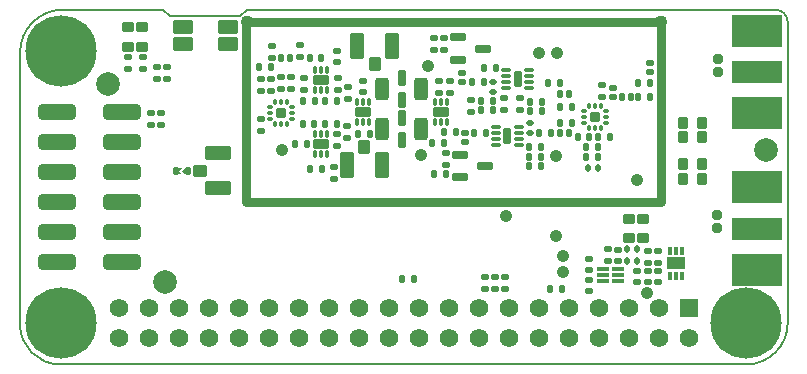
<source format=gts>
G04*
G04 #@! TF.GenerationSoftware,Altium Limited,CircuitStudio,1.5.2 (30)*
G04*
G04 Layer_Color=3394611*
%FSLAX25Y25*%
%MOIN*%
G70*
G01*
G75*
%ADD54C,0.00500*%
%ADD100C,0.03000*%
%ADD101C,0.04137*%
G04:AMPARAMS|DCode=102|XSize=26.38mil|YSize=22.44mil|CornerRadius=6.3mil|HoleSize=0mil|Usage=FLASHONLY|Rotation=0.000|XOffset=0mil|YOffset=0mil|HoleType=Round|Shape=RoundedRectangle|*
%AMROUNDEDRECTD102*
21,1,0.02638,0.00984,0,0,0.0*
21,1,0.01378,0.02244,0,0,0.0*
1,1,0.01260,0.00689,-0.00492*
1,1,0.01260,-0.00689,-0.00492*
1,1,0.01260,-0.00689,0.00492*
1,1,0.01260,0.00689,0.00492*
%
%ADD102ROUNDEDRECTD102*%
G04:AMPARAMS|DCode=103|XSize=26.38mil|YSize=20.47mil|CornerRadius=5.81mil|HoleSize=0mil|Usage=FLASHONLY|Rotation=180.000|XOffset=0mil|YOffset=0mil|HoleType=Round|Shape=RoundedRectangle|*
%AMROUNDEDRECTD103*
21,1,0.02638,0.00886,0,0,180.0*
21,1,0.01476,0.02047,0,0,180.0*
1,1,0.01161,-0.00738,0.00443*
1,1,0.01161,0.00738,0.00443*
1,1,0.01161,0.00738,-0.00443*
1,1,0.01161,-0.00738,-0.00443*
%
%ADD103ROUNDEDRECTD103*%
G04:AMPARAMS|DCode=104|XSize=26.38mil|YSize=22.44mil|CornerRadius=6.3mil|HoleSize=0mil|Usage=FLASHONLY|Rotation=90.000|XOffset=0mil|YOffset=0mil|HoleType=Round|Shape=RoundedRectangle|*
%AMROUNDEDRECTD104*
21,1,0.02638,0.00984,0,0,90.0*
21,1,0.01378,0.02244,0,0,90.0*
1,1,0.01260,0.00492,0.00689*
1,1,0.01260,0.00492,-0.00689*
1,1,0.01260,-0.00492,-0.00689*
1,1,0.01260,-0.00492,0.00689*
%
%ADD104ROUNDEDRECTD104*%
G04:AMPARAMS|DCode=105|XSize=24.41mil|YSize=20.47mil|CornerRadius=5.81mil|HoleSize=0mil|Usage=FLASHONLY|Rotation=270.000|XOffset=0mil|YOffset=0mil|HoleType=Round|Shape=RoundedRectangle|*
%AMROUNDEDRECTD105*
21,1,0.02441,0.00886,0,0,270.0*
21,1,0.01280,0.02047,0,0,270.0*
1,1,0.01161,-0.00443,-0.00640*
1,1,0.01161,-0.00443,0.00640*
1,1,0.01161,0.00443,0.00640*
1,1,0.01161,0.00443,-0.00640*
%
%ADD105ROUNDEDRECTD105*%
G04:AMPARAMS|DCode=106|XSize=40.01mil|YSize=13.63mil|CornerRadius=2.83mil|HoleSize=0mil|Usage=FLASHONLY|Rotation=180.000|XOffset=0mil|YOffset=0mil|HoleType=Round|Shape=RoundedRectangle|*
%AMROUNDEDRECTD106*
21,1,0.04001,0.00797,0,0,180.0*
21,1,0.03435,0.01363,0,0,180.0*
1,1,0.00566,-0.01718,0.00399*
1,1,0.00566,0.01718,0.00399*
1,1,0.00566,0.01718,-0.00399*
1,1,0.00566,-0.01718,-0.00399*
%
%ADD106ROUNDEDRECTD106*%
G04:AMPARAMS|DCode=107|XSize=63.02mil|YSize=42.16mil|CornerRadius=5.02mil|HoleSize=0mil|Usage=FLASHONLY|Rotation=0.000|XOffset=0mil|YOffset=0mil|HoleType=Round|Shape=RoundedRectangle|*
%AMROUNDEDRECTD107*
21,1,0.06302,0.03213,0,0,0.0*
21,1,0.05299,0.04216,0,0,0.0*
1,1,0.01003,0.02649,-0.01606*
1,1,0.01003,-0.02649,-0.01606*
1,1,0.01003,-0.02649,0.01606*
1,1,0.01003,0.02649,0.01606*
%
%ADD107ROUNDEDRECTD107*%
G04:AMPARAMS|DCode=108|XSize=27.59mil|YSize=13.81mil|CornerRadius=3.95mil|HoleSize=0mil|Usage=FLASHONLY|Rotation=270.000|XOffset=0mil|YOffset=0mil|HoleType=Round|Shape=RoundedRectangle|*
%AMROUNDEDRECTD108*
21,1,0.02759,0.00591,0,0,270.0*
21,1,0.01969,0.01381,0,0,270.0*
1,1,0.00791,-0.00295,-0.00984*
1,1,0.00791,-0.00295,0.00984*
1,1,0.00791,0.00295,0.00984*
1,1,0.00791,0.00295,-0.00984*
%
%ADD108ROUNDEDRECTD108*%
G04:AMPARAMS|DCode=109|XSize=34.25mil|YSize=34.25mil|CornerRadius=4.53mil|HoleSize=0mil|Usage=FLASHONLY|Rotation=90.000|XOffset=0mil|YOffset=0mil|HoleType=Round|Shape=RoundedRectangle|*
%AMROUNDEDRECTD109*
21,1,0.03425,0.02520,0,0,90.0*
21,1,0.02520,0.03425,0,0,90.0*
1,1,0.00906,0.01260,0.01260*
1,1,0.00906,0.01260,-0.01260*
1,1,0.00906,-0.01260,-0.01260*
1,1,0.00906,-0.01260,0.01260*
%
%ADD109ROUNDEDRECTD109*%
G04:AMPARAMS|DCode=110|XSize=20.87mil|YSize=10.63mil|CornerRadius=4.53mil|HoleSize=0mil|Usage=FLASHONLY|Rotation=90.000|XOffset=0mil|YOffset=0mil|HoleType=Round|Shape=RoundedRectangle|*
%AMROUNDEDRECTD110*
21,1,0.02087,0.00158,0,0,90.0*
21,1,0.01181,0.01063,0,0,90.0*
1,1,0.00906,0.00079,0.00591*
1,1,0.00906,0.00079,-0.00591*
1,1,0.00906,-0.00079,-0.00591*
1,1,0.00906,-0.00079,0.00591*
%
%ADD110ROUNDEDRECTD110*%
G04:AMPARAMS|DCode=111|XSize=20.87mil|YSize=10.63mil|CornerRadius=4.53mil|HoleSize=0mil|Usage=FLASHONLY|Rotation=0.000|XOffset=0mil|YOffset=0mil|HoleType=Round|Shape=RoundedRectangle|*
%AMROUNDEDRECTD111*
21,1,0.02087,0.00158,0,0,0.0*
21,1,0.01181,0.01063,0,0,0.0*
1,1,0.00906,0.00591,-0.00079*
1,1,0.00906,-0.00591,-0.00079*
1,1,0.00906,-0.00591,0.00079*
1,1,0.00906,0.00591,0.00079*
%
%ADD111ROUNDEDRECTD111*%
G04:AMPARAMS|DCode=112|XSize=44.34mil|YSize=89.61mil|CornerRadius=5.63mil|HoleSize=0mil|Usage=FLASHONLY|Rotation=0.000|XOffset=0mil|YOffset=0mil|HoleType=Round|Shape=RoundedRectangle|*
%AMROUNDEDRECTD112*
21,1,0.04434,0.07835,0,0,0.0*
21,1,0.03307,0.08961,0,0,0.0*
1,1,0.01127,0.01654,-0.03917*
1,1,0.01127,-0.01654,-0.03917*
1,1,0.01127,-0.01654,0.03917*
1,1,0.01127,0.01654,0.03917*
%
%ADD112ROUNDEDRECTD112*%
G04:AMPARAMS|DCode=113|XSize=42.37mil|YSize=44.34mil|CornerRadius=5.44mil|HoleSize=0mil|Usage=FLASHONLY|Rotation=0.000|XOffset=0mil|YOffset=0mil|HoleType=Round|Shape=RoundedRectangle|*
%AMROUNDEDRECTD113*
21,1,0.04237,0.03347,0,0,0.0*
21,1,0.03150,0.04434,0,0,0.0*
1,1,0.01087,0.01575,-0.01673*
1,1,0.01087,-0.01575,-0.01673*
1,1,0.01087,-0.01575,0.01673*
1,1,0.01087,0.01575,0.01673*
%
%ADD113ROUNDEDRECTD113*%
G04:AMPARAMS|DCode=114|XSize=44.34mil|YSize=89.61mil|CornerRadius=5.63mil|HoleSize=0mil|Usage=FLASHONLY|Rotation=270.000|XOffset=0mil|YOffset=0mil|HoleType=Round|Shape=RoundedRectangle|*
%AMROUNDEDRECTD114*
21,1,0.04434,0.07835,0,0,270.0*
21,1,0.03307,0.08961,0,0,270.0*
1,1,0.01127,-0.03917,-0.01654*
1,1,0.01127,-0.03917,0.01654*
1,1,0.01127,0.03917,0.01654*
1,1,0.01127,0.03917,-0.01654*
%
%ADD114ROUNDEDRECTD114*%
G04:AMPARAMS|DCode=115|XSize=42.37mil|YSize=44.34mil|CornerRadius=5.44mil|HoleSize=0mil|Usage=FLASHONLY|Rotation=270.000|XOffset=0mil|YOffset=0mil|HoleType=Round|Shape=RoundedRectangle|*
%AMROUNDEDRECTD115*
21,1,0.04237,0.03347,0,0,270.0*
21,1,0.03150,0.04434,0,0,270.0*
1,1,0.01087,-0.01673,-0.01575*
1,1,0.01087,-0.01673,0.01575*
1,1,0.01087,0.01673,0.01575*
1,1,0.01087,0.01673,-0.01575*
%
%ADD115ROUNDEDRECTD115*%
G04:AMPARAMS|DCode=116|XSize=54.17mil|YSize=34.49mil|CornerRadius=6.22mil|HoleSize=0mil|Usage=FLASHONLY|Rotation=180.000|XOffset=0mil|YOffset=0mil|HoleType=Round|Shape=RoundedRectangle|*
%AMROUNDEDRECTD116*
21,1,0.05417,0.02205,0,0,180.0*
21,1,0.04173,0.03449,0,0,180.0*
1,1,0.01244,-0.02087,0.01102*
1,1,0.01244,0.02087,0.01102*
1,1,0.01244,0.02087,-0.01102*
1,1,0.01244,-0.02087,-0.01102*
%
%ADD116ROUNDEDRECTD116*%
G04:AMPARAMS|DCode=117|XSize=24.65mil|YSize=12.84mil|CornerRadius=2.97mil|HoleSize=0mil|Usage=FLASHONLY|Rotation=90.000|XOffset=0mil|YOffset=0mil|HoleType=Round|Shape=RoundedRectangle|*
%AMROUNDEDRECTD117*
21,1,0.02465,0.00689,0,0,90.0*
21,1,0.01870,0.01284,0,0,90.0*
1,1,0.00595,0.00345,0.00935*
1,1,0.00595,0.00345,-0.00935*
1,1,0.00595,-0.00345,-0.00935*
1,1,0.00595,-0.00345,0.00935*
%
%ADD117ROUNDEDRECTD117*%
G04:AMPARAMS|DCode=118|XSize=127.2mil|YSize=52mil|CornerRadius=13.5mil|HoleSize=0mil|Usage=FLASHONLY|Rotation=180.000|XOffset=0mil|YOffset=0mil|HoleType=Round|Shape=RoundedRectangle|*
%AMROUNDEDRECTD118*
21,1,0.12720,0.02500,0,0,180.0*
21,1,0.10020,0.05200,0,0,180.0*
1,1,0.02700,-0.05010,0.01250*
1,1,0.02700,0.05010,0.01250*
1,1,0.02700,0.05010,-0.01250*
1,1,0.02700,-0.05010,-0.01250*
%
%ADD118ROUNDEDRECTD118*%
G04:AMPARAMS|DCode=119|XSize=24.41mil|YSize=20.47mil|CornerRadius=5.81mil|HoleSize=0mil|Usage=FLASHONLY|Rotation=0.000|XOffset=0mil|YOffset=0mil|HoleType=Round|Shape=RoundedRectangle|*
%AMROUNDEDRECTD119*
21,1,0.02441,0.00886,0,0,0.0*
21,1,0.01280,0.02047,0,0,0.0*
1,1,0.01161,0.00640,-0.00443*
1,1,0.01161,-0.00640,-0.00443*
1,1,0.01161,-0.00640,0.00443*
1,1,0.01161,0.00640,0.00443*
%
%ADD119ROUNDEDRECTD119*%
G04:AMPARAMS|DCode=120|XSize=51.43mil|YSize=26.62mil|CornerRadius=4.45mil|HoleSize=0mil|Usage=FLASHONLY|Rotation=0.000|XOffset=0mil|YOffset=0mil|HoleType=Round|Shape=RoundedRectangle|*
%AMROUNDEDRECTD120*
21,1,0.05143,0.01772,0,0,0.0*
21,1,0.04252,0.02662,0,0,0.0*
1,1,0.00891,0.02126,-0.00886*
1,1,0.00891,-0.02126,-0.00886*
1,1,0.00891,-0.02126,0.00886*
1,1,0.00891,0.02126,0.00886*
%
%ADD120ROUNDEDRECTD120*%
%ADD121R,0.16796X0.07308*%
%ADD122R,0.16796X0.10792*%
%ADD123C,0.07874*%
G04:AMPARAMS|DCode=124|XSize=12.84mil|YSize=32.52mil|CornerRadius=2.97mil|HoleSize=0mil|Usage=FLASHONLY|Rotation=270.000|XOffset=0mil|YOffset=0mil|HoleType=Round|Shape=RoundedRectangle|*
%AMROUNDEDRECTD124*
21,1,0.01284,0.02658,0,0,270.0*
21,1,0.00689,0.03252,0,0,270.0*
1,1,0.00595,-0.01329,-0.00345*
1,1,0.00595,-0.01329,0.00345*
1,1,0.00595,0.01329,0.00345*
1,1,0.00595,0.01329,-0.00345*
%
%ADD124ROUNDEDRECTD124*%
G04:AMPARAMS|DCode=125|XSize=50.24mil|YSize=26.61mil|CornerRadius=5.04mil|HoleSize=0mil|Usage=FLASHONLY|Rotation=270.000|XOffset=0mil|YOffset=0mil|HoleType=Round|Shape=RoundedRectangle|*
%AMROUNDEDRECTD125*
21,1,0.05024,0.01654,0,0,270.0*
21,1,0.04016,0.02661,0,0,270.0*
1,1,0.01008,-0.00827,-0.02008*
1,1,0.01008,-0.00827,0.02008*
1,1,0.01008,0.00827,0.02008*
1,1,0.01008,0.00827,-0.02008*
%
%ADD125ROUNDEDRECTD125*%
G04:AMPARAMS|DCode=126|XSize=26.38mil|YSize=20.47mil|CornerRadius=5.81mil|HoleSize=0mil|Usage=FLASHONLY|Rotation=270.000|XOffset=0mil|YOffset=0mil|HoleType=Round|Shape=RoundedRectangle|*
%AMROUNDEDRECTD126*
21,1,0.02638,0.00886,0,0,270.0*
21,1,0.01476,0.02047,0,0,270.0*
1,1,0.01161,-0.00443,-0.00738*
1,1,0.01161,-0.00443,0.00738*
1,1,0.01161,0.00443,0.00738*
1,1,0.01161,0.00443,-0.00738*
%
%ADD126ROUNDEDRECTD126*%
G04:AMPARAMS|DCode=127|XSize=16.93mil|YSize=25.76mil|CornerRadius=2.09mil|HoleSize=0mil|Usage=FLASHONLY|Rotation=180.000|XOffset=0mil|YOffset=0mil|HoleType=Round|Shape=RoundedRectangle|*
%AMROUNDEDRECTD127*
21,1,0.01693,0.02158,0,0,180.0*
21,1,0.01276,0.02576,0,0,180.0*
1,1,0.00417,-0.00638,0.01079*
1,1,0.00417,0.00638,0.01079*
1,1,0.00417,0.00638,-0.01079*
1,1,0.00417,-0.00638,-0.01079*
%
%ADD127ROUNDEDRECTD127*%
G04:AMPARAMS|DCode=128|XSize=16.93mil|YSize=25.76mil|CornerRadius=2.09mil|HoleSize=0mil|Usage=FLASHONLY|Rotation=270.000|XOffset=0mil|YOffset=0mil|HoleType=Round|Shape=RoundedRectangle|*
%AMROUNDEDRECTD128*
21,1,0.01693,0.02158,0,0,270.0*
21,1,0.01276,0.02576,0,0,270.0*
1,1,0.00417,-0.01079,-0.00638*
1,1,0.00417,-0.01079,0.00638*
1,1,0.00417,0.01079,0.00638*
1,1,0.00417,0.01079,-0.00638*
%
%ADD128ROUNDEDRECTD128*%
G04:AMPARAMS|DCode=129|XSize=30.56mil|YSize=30.56mil|CornerRadius=4.26mil|HoleSize=0mil|Usage=FLASHONLY|Rotation=90.000|XOffset=0mil|YOffset=0mil|HoleType=Round|Shape=RoundedRectangle|*
%AMROUNDEDRECTD129*
21,1,0.03056,0.02205,0,0,90.0*
21,1,0.02205,0.03056,0,0,90.0*
1,1,0.00851,0.01102,0.01102*
1,1,0.00851,0.01102,-0.01102*
1,1,0.00851,-0.01102,-0.01102*
1,1,0.00851,-0.01102,0.01102*
%
%ADD129ROUNDEDRECTD129*%
G04:AMPARAMS|DCode=130|XSize=34.89mil|YSize=39.61mil|CornerRadius=6.28mil|HoleSize=0mil|Usage=FLASHONLY|Rotation=270.000|XOffset=0mil|YOffset=0mil|HoleType=Round|Shape=RoundedRectangle|*
%AMROUNDEDRECTD130*
21,1,0.03489,0.02705,0,0,270.0*
21,1,0.02232,0.03961,0,0,270.0*
1,1,0.01257,-0.01352,-0.01116*
1,1,0.01257,-0.01352,0.01116*
1,1,0.01257,0.01352,0.01116*
1,1,0.01257,0.01352,-0.01116*
%
%ADD130ROUNDEDRECTD130*%
G04:AMPARAMS|DCode=131|XSize=34.89mil|YSize=39.61mil|CornerRadius=6.28mil|HoleSize=0mil|Usage=FLASHONLY|Rotation=180.000|XOffset=0mil|YOffset=0mil|HoleType=Round|Shape=RoundedRectangle|*
%AMROUNDEDRECTD131*
21,1,0.03489,0.02705,0,0,180.0*
21,1,0.02232,0.03961,0,0,180.0*
1,1,0.01257,-0.01116,0.01352*
1,1,0.01257,0.01116,0.01352*
1,1,0.01257,0.01116,-0.01352*
1,1,0.01257,-0.01116,-0.01352*
%
%ADD131ROUNDEDRECTD131*%
G04:AMPARAMS|DCode=132|XSize=67.96mil|YSize=44.34mil|CornerRadius=5.63mil|HoleSize=0mil|Usage=FLASHONLY|Rotation=180.000|XOffset=0mil|YOffset=0mil|HoleType=Round|Shape=RoundedRectangle|*
%AMROUNDEDRECTD132*
21,1,0.06796,0.03307,0,0,180.0*
21,1,0.05669,0.04434,0,0,180.0*
1,1,0.01127,-0.02835,0.01654*
1,1,0.01127,0.02835,0.01654*
1,1,0.01127,0.02835,-0.01654*
1,1,0.01127,-0.02835,-0.01654*
%
%ADD132ROUNDEDRECTD132*%
G04:AMPARAMS|DCode=133|XSize=73.87mil|YSize=43.95mil|CornerRadius=7.64mil|HoleSize=0mil|Usage=FLASHONLY|Rotation=90.000|XOffset=0mil|YOffset=0mil|HoleType=Round|Shape=RoundedRectangle|*
%AMROUNDEDRECTD133*
21,1,0.07387,0.02866,0,0,90.0*
21,1,0.05858,0.04395,0,0,90.0*
1,1,0.01528,0.01433,0.02929*
1,1,0.01528,0.01433,-0.02929*
1,1,0.01528,-0.01433,-0.02929*
1,1,0.01528,-0.01433,0.02929*
%
%ADD133ROUNDEDRECTD133*%
G04:AMPARAMS|DCode=134|XSize=52.02mil|YSize=27.02mil|CornerRadius=5.1mil|HoleSize=0mil|Usage=FLASHONLY|Rotation=90.000|XOffset=0mil|YOffset=0mil|HoleType=Round|Shape=RoundedRectangle|*
%AMROUNDEDRECTD134*
21,1,0.05202,0.01681,0,0,90.0*
21,1,0.04181,0.02702,0,0,90.0*
1,1,0.01021,0.00841,0.02091*
1,1,0.01021,0.00841,-0.02091*
1,1,0.01021,-0.00841,-0.02091*
1,1,0.01021,-0.00841,0.02091*
%
%ADD134ROUNDEDRECTD134*%
%ADD135C,0.02662*%
%ADD136C,0.06206*%
%ADD137R,0.06206X0.06206*%
%ADD138C,0.23748*%
%ADD139C,0.04300*%
G36*
X1088476Y764981D02*
X1087576Y764081D01*
Y763781D01*
X1088476Y762881D01*
Y762781D01*
X1086776D01*
Y765081D01*
X1088476D01*
Y764981D01*
D02*
G37*
G36*
X1090376Y762781D02*
X1089576D01*
X1088576Y763781D01*
Y764081D01*
X1089576Y765081D01*
X1090376D01*
Y762781D01*
D02*
G37*
D54*
X1276749Y699502D02*
G03*
X1290528Y713281I0J13780D01*
G01*
X1034623Y712769D02*
G03*
X1047891Y699502I13268J0D01*
G01*
X1048995Y817730D02*
G03*
X1034623Y803358I0J-14372D01*
G01*
X1290528Y813564D02*
G03*
X1286362Y817730I-4166J0D01*
G01*
X1047891Y699502D02*
X1276749Y699502D01*
X1034623Y712769D02*
X1034623Y796470D01*
X1290528Y718006D02*
Y767631D01*
X1084591Y815466D02*
X1107961D01*
X1034623Y796470D02*
Y803358D01*
X1290528Y713281D02*
Y718006D01*
X1110224Y817730D02*
X1286362D01*
X1290528Y767631D02*
Y813564D01*
X1082327Y817730D02*
X1084591Y815466D01*
X1048995Y817730D02*
X1082327D01*
X1107961Y815466D02*
X1110224Y817730D01*
D100*
X1109876Y753681D02*
Y813561D01*
Y753681D02*
X1248276D01*
Y813561D01*
X1109876D02*
X1248276D01*
D101*
X1213377Y742264D02*
D03*
X1243776Y723181D02*
D03*
X1215676Y735581D02*
D03*
X1196476Y748781D02*
D03*
X1240276Y761081D02*
D03*
X1213376Y769081D02*
D03*
X1121976Y770781D02*
D03*
X1168176Y769281D02*
D03*
X1207676Y803381D02*
D03*
X1213676D02*
D03*
X1170476Y798881D02*
D03*
X1215676Y730181D02*
D03*
D102*
X1081576Y779313D02*
D03*
Y783250D02*
D03*
X1118376Y790613D02*
D03*
Y794550D02*
D03*
X1247201Y733387D02*
D03*
Y737324D02*
D03*
X1243801Y730724D02*
D03*
Y726787D02*
D03*
Y737324D02*
D03*
Y733387D02*
D03*
X1247201Y730724D02*
D03*
Y726787D02*
D03*
X1078176Y779313D02*
D03*
Y783250D02*
D03*
X1115000Y777311D02*
D03*
Y781248D02*
D03*
X1121676Y795350D02*
D03*
Y791413D02*
D03*
X1124876Y795350D02*
D03*
Y791413D02*
D03*
X1114976Y790613D02*
D03*
Y794550D02*
D03*
X1140376Y772213D02*
D03*
Y776150D02*
D03*
X1224276Y730813D02*
D03*
Y734750D02*
D03*
X1240401Y726787D02*
D03*
Y730724D02*
D03*
X1233876Y733813D02*
D03*
Y737750D02*
D03*
X1224376Y727750D02*
D03*
Y723813D02*
D03*
X1083476Y798550D02*
D03*
Y794613D02*
D03*
X1140176Y800173D02*
D03*
Y804110D02*
D03*
X1129376Y795050D02*
D03*
Y791113D02*
D03*
X1139296Y765280D02*
D03*
Y761343D02*
D03*
X1143776Y775013D02*
D03*
Y778950D02*
D03*
X1143876Y791950D02*
D03*
Y788013D02*
D03*
X1177876Y793850D02*
D03*
Y789913D02*
D03*
X1174276D02*
D03*
Y793850D02*
D03*
X1228476Y788713D02*
D03*
Y792650D02*
D03*
X1201172Y784334D02*
D03*
Y788271D02*
D03*
X1195922Y784265D02*
D03*
Y788202D02*
D03*
X1148996Y790163D02*
D03*
Y794100D02*
D03*
X1140566Y794860D02*
D03*
Y790923D02*
D03*
X1127856Y801893D02*
D03*
Y805830D02*
D03*
X1118606Y801713D02*
D03*
Y805650D02*
D03*
X1185079Y787547D02*
D03*
Y783610D02*
D03*
D103*
X1230676Y733781D02*
D03*
Y737781D02*
D03*
X1189776Y724481D02*
D03*
Y728481D02*
D03*
X1193076Y724481D02*
D03*
Y728481D02*
D03*
X1196376Y724481D02*
D03*
Y728481D02*
D03*
X1172776Y808381D02*
D03*
Y804381D02*
D03*
X1080176Y794681D02*
D03*
Y798681D02*
D03*
X1075476Y798081D02*
D03*
Y802081D02*
D03*
X1070676Y798081D02*
D03*
Y802081D02*
D03*
X1176676Y769781D02*
D03*
Y765781D02*
D03*
X1175976Y808381D02*
D03*
Y804381D02*
D03*
D104*
X1227244Y771881D02*
D03*
X1223307D02*
D03*
X1161907Y727781D02*
D03*
X1165844D02*
D03*
X1132744Y779681D02*
D03*
X1128807D02*
D03*
X1136307Y787281D02*
D03*
X1140244D02*
D03*
X1136207Y779681D02*
D03*
X1140144D02*
D03*
X1244644Y788681D02*
D03*
X1240707D02*
D03*
X1231142Y775343D02*
D03*
X1227205D02*
D03*
X1220512D02*
D03*
X1224449D02*
D03*
X1227244Y768481D02*
D03*
X1223307D02*
D03*
X1130174Y772848D02*
D03*
X1126237D02*
D03*
X1132844Y787281D02*
D03*
X1128907D02*
D03*
X1211654Y776524D02*
D03*
X1207717D02*
D03*
X1192379Y787415D02*
D03*
X1188442D02*
D03*
X1204583Y787021D02*
D03*
X1208521D02*
D03*
X1189244Y793481D02*
D03*
X1185307D02*
D03*
X1151164Y776441D02*
D03*
X1147227D02*
D03*
X1204407Y771981D02*
D03*
X1208344D02*
D03*
X1185907Y776681D02*
D03*
X1189844D02*
D03*
X1208521Y783872D02*
D03*
X1204583D02*
D03*
X1176094Y776930D02*
D03*
X1180031D02*
D03*
X1218642Y779969D02*
D03*
X1214705D02*
D03*
X1210571Y793354D02*
D03*
X1214508D02*
D03*
X1214707Y785181D02*
D03*
X1218644D02*
D03*
X1244644Y793181D02*
D03*
X1240707D02*
D03*
X1172107Y773171D02*
D03*
X1176044D02*
D03*
X1193166Y798439D02*
D03*
X1189229D02*
D03*
X1192379Y784265D02*
D03*
X1188442D02*
D03*
X1131142Y801721D02*
D03*
X1135079D02*
D03*
X1114217Y798691D02*
D03*
X1118154D02*
D03*
X1131355Y764580D02*
D03*
X1135292D02*
D03*
D105*
X1240448Y733781D02*
D03*
X1237102D02*
D03*
X1240448Y737781D02*
D03*
X1237102D02*
D03*
X1223903Y764881D02*
D03*
X1227249D02*
D03*
D106*
X1228895Y727413D02*
D03*
Y729381D02*
D03*
Y731350D02*
D03*
X1233856D02*
D03*
Y729381D02*
D03*
Y727413D02*
D03*
D107*
X1253301Y733156D02*
D03*
D108*
X1255270Y729022D02*
D03*
X1253301D02*
D03*
X1251332D02*
D03*
Y737290D02*
D03*
X1253301D02*
D03*
X1255270D02*
D03*
D109*
X1226417Y782035D02*
D03*
X1121693Y783217D02*
D03*
D110*
X1224449Y785697D02*
D03*
X1226417D02*
D03*
X1228386D02*
D03*
Y778374D02*
D03*
X1226417D02*
D03*
X1224449D02*
D03*
X1123662Y779555D02*
D03*
X1121693D02*
D03*
X1119724D02*
D03*
Y786878D02*
D03*
X1121693D02*
D03*
X1123662D02*
D03*
D111*
X1230079Y784004D02*
D03*
Y782035D02*
D03*
Y780067D02*
D03*
X1222756D02*
D03*
Y782035D02*
D03*
Y784004D02*
D03*
X1118032Y781248D02*
D03*
Y783217D02*
D03*
Y785185D02*
D03*
X1125354D02*
D03*
Y783217D02*
D03*
Y781248D02*
D03*
D112*
X1158653Y805581D02*
D03*
X1147038D02*
D03*
X1143639Y766001D02*
D03*
X1155253D02*
D03*
D113*
X1152846Y799577D02*
D03*
X1149446Y772005D02*
D03*
D114*
X1100476Y758174D02*
D03*
Y769788D02*
D03*
D115*
X1094472Y763981D02*
D03*
D116*
X1135079Y794240D02*
D03*
Y772980D02*
D03*
X1148996Y783671D02*
D03*
X1174836Y783751D02*
D03*
D117*
X1133110Y797587D02*
D03*
X1135079D02*
D03*
X1137047D02*
D03*
Y790894D02*
D03*
X1135079D02*
D03*
X1133110D02*
D03*
X1137047Y769634D02*
D03*
X1135079D02*
D03*
X1133110D02*
D03*
Y776327D02*
D03*
X1135079D02*
D03*
X1137047D02*
D03*
X1147027Y787018D02*
D03*
X1148996D02*
D03*
X1150964D02*
D03*
Y780325D02*
D03*
X1148996D02*
D03*
X1147027D02*
D03*
X1172867Y787098D02*
D03*
X1174836D02*
D03*
X1176804D02*
D03*
Y780405D02*
D03*
X1174836D02*
D03*
X1172867D02*
D03*
D118*
X1068481Y733478D02*
D03*
Y743478D02*
D03*
Y753478D02*
D03*
Y763478D02*
D03*
Y773478D02*
D03*
Y783478D02*
D03*
X1046985Y733478D02*
D03*
Y743478D02*
D03*
Y753478D02*
D03*
Y763478D02*
D03*
Y773478D02*
D03*
Y783478D02*
D03*
D119*
X1204567Y779968D02*
D03*
Y776622D02*
D03*
X1192376Y790335D02*
D03*
Y793681D02*
D03*
D120*
X1181415Y761922D02*
D03*
X1189761Y765662D02*
D03*
X1181415Y769403D02*
D03*
X1180725Y800998D02*
D03*
X1189072Y804738D02*
D03*
X1180725Y808478D02*
D03*
D121*
X1280174Y744698D02*
D03*
Y796864D02*
D03*
D122*
Y758448D02*
D03*
Y730948D02*
D03*
Y810614D02*
D03*
Y783114D02*
D03*
D123*
X1283127Y770886D02*
D03*
X1082976Y726781D02*
D03*
X1063876Y793081D02*
D03*
D124*
X1204410Y791583D02*
D03*
Y793551D02*
D03*
Y795520D02*
D03*
Y797488D02*
D03*
X1196654Y791583D02*
D03*
Y793551D02*
D03*
Y795520D02*
D03*
Y797488D02*
D03*
X1193150Y778591D02*
D03*
Y776622D02*
D03*
Y774654D02*
D03*
Y772685D02*
D03*
X1200906Y778591D02*
D03*
Y776622D02*
D03*
Y774654D02*
D03*
Y772685D02*
D03*
D125*
X1200532Y794535D02*
D03*
X1197028Y775638D02*
D03*
D126*
X1090476Y763931D02*
D03*
X1086476D02*
D03*
X1208366Y768759D02*
D03*
X1204366D02*
D03*
X1204276Y765581D02*
D03*
X1208276D02*
D03*
X1211276Y724481D02*
D03*
X1215276D02*
D03*
X1176676Y762981D02*
D03*
X1172676D02*
D03*
D127*
X1238276Y788681D02*
D03*
X1235276D02*
D03*
X1214583Y776524D02*
D03*
X1217583D02*
D03*
X1214583Y789713D02*
D03*
X1217583D02*
D03*
X1124716Y801681D02*
D03*
X1121716D02*
D03*
D128*
X1182876Y776581D02*
D03*
Y773581D02*
D03*
X1181929Y793610D02*
D03*
Y796610D02*
D03*
X1244576Y796781D02*
D03*
Y799781D02*
D03*
X1232276Y788681D02*
D03*
Y791681D02*
D03*
D129*
X1267433Y796797D02*
D03*
Y801128D02*
D03*
X1266887Y744797D02*
D03*
Y749127D02*
D03*
D130*
X1075456Y805442D02*
D03*
Y811820D02*
D03*
X1070636Y805422D02*
D03*
Y811800D02*
D03*
X1237476Y741692D02*
D03*
Y748070D02*
D03*
X1242376Y741692D02*
D03*
Y748070D02*
D03*
D131*
X1255687Y779881D02*
D03*
X1262065D02*
D03*
X1255687Y775181D02*
D03*
X1262065D02*
D03*
X1255687Y761381D02*
D03*
X1262065D02*
D03*
X1255687Y766181D02*
D03*
X1262065D02*
D03*
D132*
X1088797Y812035D02*
D03*
Y806327D02*
D03*
X1103954Y812035D02*
D03*
Y806327D02*
D03*
D133*
X1155428Y791161D02*
D03*
X1168223D02*
D03*
X1155438Y778011D02*
D03*
X1168233D02*
D03*
D134*
X1161826Y794813D02*
D03*
Y787509D02*
D03*
X1161836Y781663D02*
D03*
Y774360D02*
D03*
D135*
X1104348Y812331D02*
D03*
X1088403D02*
D03*
D136*
X1097576Y718281D02*
D03*
Y708281D02*
D03*
X1087576Y718281D02*
D03*
Y708281D02*
D03*
X1077576Y718281D02*
D03*
Y708281D02*
D03*
X1067576Y718281D02*
D03*
Y708281D02*
D03*
X1107576D02*
D03*
Y718281D02*
D03*
X1117576Y708281D02*
D03*
Y718281D02*
D03*
X1127576Y708281D02*
D03*
Y718281D02*
D03*
X1137576Y708281D02*
D03*
Y718281D02*
D03*
X1147576Y708281D02*
D03*
Y718281D02*
D03*
X1157576Y708281D02*
D03*
Y718281D02*
D03*
X1167576Y708281D02*
D03*
Y718281D02*
D03*
X1177576Y708281D02*
D03*
Y718281D02*
D03*
X1187576Y708281D02*
D03*
Y718281D02*
D03*
X1197576Y708281D02*
D03*
Y718281D02*
D03*
X1207576Y708281D02*
D03*
Y718281D02*
D03*
X1217576Y708281D02*
D03*
Y718281D02*
D03*
X1227576Y708281D02*
D03*
Y718281D02*
D03*
X1237576Y708281D02*
D03*
Y718281D02*
D03*
X1247576Y708281D02*
D03*
Y718281D02*
D03*
X1257576Y708281D02*
D03*
D137*
Y718281D02*
D03*
D138*
X1048402Y713281D02*
D03*
Y803832D02*
D03*
X1276749Y713281D02*
D03*
D139*
X1110176Y813561D02*
D03*
X1248276D02*
D03*
M02*

</source>
